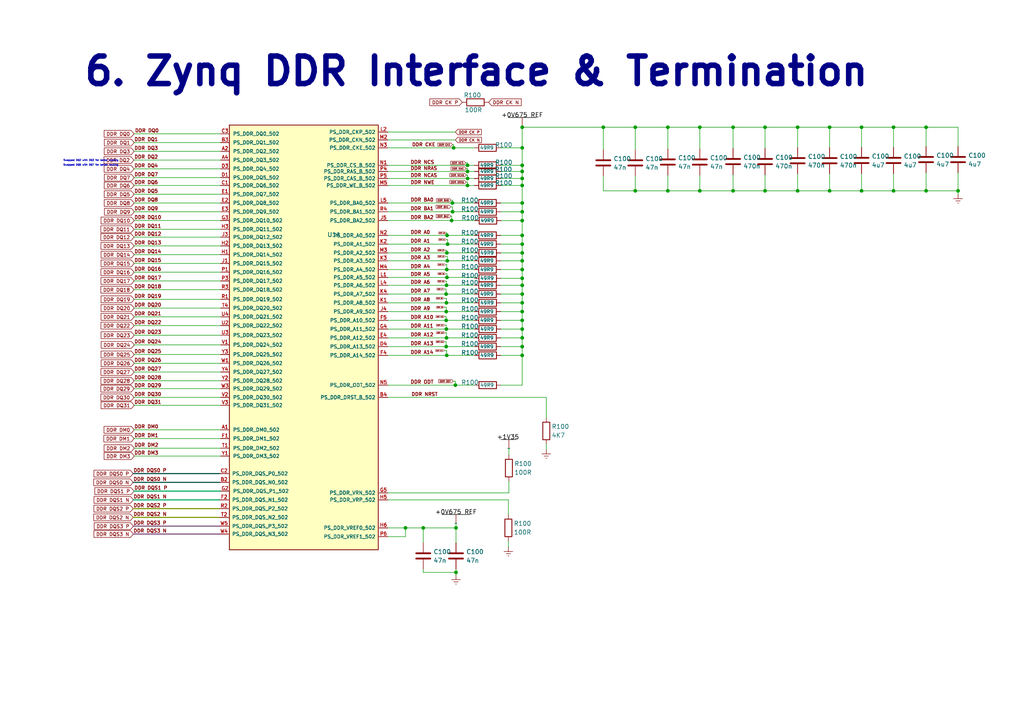
<source format=kicad_sch>
(kicad_sch (version 20230121) (generator eeschema)
  (paper "A4")
  (title_block (date "2023-12-30"))
  (junction (at 151.4602 90.3732))
  (junction (at 135.5852 53.7972))
  (junction (at 151.4602 49.7332))
  (junction (at 135.5852 47.9552))
  (junction (at 132.2578 153.1112))
  (junction (at 202.9714 36.9062))
  (junction (at 135.6106 51.7652))
  (junction (at 129.413 100.5332))
  (junction (at 130.9878 63.9572))
  (junction (at 129.5654 103.0732))
  (junction (at 122.7582 153.1112))
  (junction (at 129.5146 82.7532))
  (junction (at 131.2164 58.8772))
  (junction (at 212.6234 55.3466))
  (junction (at 129.3876 85.2932))
  (junction (at 129.667 68.2752))
  (junction (at 240.6142 55.3466))
  (junction (at 268.605 55.3466))
  (junction (at 221.8944 55.3466))
  (junction (at 231.3432 36.9062))
  (junction (at 129.4892 87.8332))
  (junction (at 268.605 36.9062))
  (junction (at 151.4602 80.7212))
  (junction (at 129.6162 73.3552))
  (junction (at 151.4602 103.0732))
  (junction (at 231.3432 55.3466))
  (junction (at 259.1562 36.9062))
  (junction (at 249.8852 36.9062))
  (junction (at 259.1562 55.3466))
  (junction (at 151.4602 70.8152))
  (junction (at 151.4602 78.1812))
  (junction (at 151.4602 85.2932))
  (junction (at 131.572 42.8752))
  (junction (at 151.4602 97.9932))
  (junction (at 151.4602 42.8752))
  (junction (at 151.4602 47.9552))
  (junction (at 151.4602 61.4172))
  (junction (at 129.7178 75.6412))
  (junction (at 151.4602 92.9132))
  (junction (at 151.4602 36.9062))
  (junction (at 151.4602 63.9826))
  (junction (at 151.4602 75.6412))
  (junction (at 129.8194 70.8152))
  (junction (at 151.4602 100.5332))
  (junction (at 202.9714 55.3466))
  (junction (at 240.6142 36.9062))
  (junction (at 184.2516 36.9062))
  (junction (at 151.4602 51.7652))
  (junction (at 132.08 111.7092))
  (junction (at 184.2516 55.3466))
  (junction (at 174.9806 36.9062))
  (junction (at 277.876 55.3466))
  (junction (at 129.5908 78.1812))
  (junction (at 129.413 92.9132))
  (junction (at 193.7004 36.9062))
  (junction (at 129.5146 97.9932))
  (junction (at 132.2578 166.0144))
  (junction (at 151.4602 87.8332))
  (junction (at 151.4602 53.7972))
  (junction (at 151.4602 82.7532))
  (junction (at 129.4638 95.4532))
  (junction (at 249.8852 55.3466))
  (junction (at 151.4602 95.4532))
  (junction (at 151.4602 68.2752))
  (junction (at 193.7004 55.3466))
  (junction (at 151.4602 73.3552))
  (junction (at 117.602 153.1112))
  (junction (at 212.6234 36.9062))
  (junction (at 131.2672 61.4172))
  (junction (at 129.4384 90.3732))
  (junction (at 221.8944 36.9062))
  (junction (at 129.6416 80.4672))
  (junction (at 151.4602 58.8772))
  (junction (at 135.5852 49.7332))
  (wire (pts (xy 151.4602 78.1812) (xy 151.4602 80.7212)))
  (wire (pts (xy 38.8874 94.4372) (xy 63.9826 94.4372)))
  (wire (pts (xy 38.8874 124.6632) (xy 63.9826 124.6632)))
  (wire (pts (xy 135.6106 50.8) (xy 135.6106 51.7652)))
  (wire (pts (xy 129.4384 89.1032) (xy 129.4384 90.3732)))
  (wire (pts (xy 38.8874 107.8992) (xy 63.9826 107.8992)))
  (wire (pts (xy 129.5654 101.6762) (xy 129.5654 103.0732)))
  (wire (pts (xy 38.8874 86.8172) (xy 63.9826 86.8172)))
  (wire (pts (xy 129.4384 69.469) (xy 129.8194 69.469)))
  (wire (pts (xy 112.4966 49.7332) (xy 135.5852 49.7332)))
  (wire (pts (xy 38.6334 139.9032) (xy 63.7286 139.9032)))
  (wire (pts (xy 38.8874 142.4432) (xy 63.9826 142.4432)))
  (wire (pts (xy 135.5852 50.8) (xy 135.6106 50.8)))
  (wire (pts (xy 131.191 58.0898) (xy 131.191 58.0644)))
  (wire (pts (xy 129.5908 78.1812) (xy 137.5918 78.1812)))
  (wire (pts (xy 112.4966 115.2652) (xy 158.4452 115.2652)))
  (wire (pts (xy 135.0518 47.244) (xy 135.5852 47.244)))
  (wire (pts (xy 122.7582 153.1112) (xy 122.7582 157.4292)))
  (wire (pts (xy 174.9806 36.9062) (xy 174.9806 43.434)))
  (wire (pts (xy 231.3432 36.9062) (xy 240.6142 36.9062)))
  (wire (pts (xy 129.1844 76.7334) (xy 129.5908 76.7334)))
  (wire (pts (xy 249.8852 36.9062) (xy 249.8852 42.7228)))
  (wire (pts (xy 137.6426 80.4672) (xy 137.6426 80.7212)))
  (wire (pts (xy 212.6234 50.673) (xy 212.6234 55.3466)))
  (wire (pts (xy 221.8944 50.673) (xy 221.8944 55.3466)))
  (wire (pts (xy 137.8204 63.9826) (xy 137.7188 63.9826)))
  (wire (pts (xy 193.7004 55.3466) (xy 202.9714 55.3466)))
  (wire (pts (xy 221.8944 36.9062) (xy 221.8944 43.053)))
  (wire (pts (xy 38.8874 78.9432) (xy 63.9826 78.9432)))
  (wire (pts (xy 151.4602 87.8332) (xy 151.4602 90.3732)))
  (wire (pts (xy 112.4966 85.2932) (xy 129.3876 85.2932)))
  (wire (pts (xy 151.4602 103.0732) (xy 151.4602 111.7092)))
  (wire (pts (xy 38.8874 97.2312) (xy 63.9826 97.2312)))
  (wire (pts (xy 135.5852 49.7332) (xy 137.5918 49.7332)))
  (wire (pts (xy 38.6334 137.3632) (xy 63.7286 137.3632)))
  (wire (pts (xy 38.6334 150.0632) (xy 63.7286 150.0632)))
  (wire (pts (xy 151.4602 53.7972) (xy 151.4602 58.8772)))
  (wire (pts (xy 137.8204 63.9572) (xy 130.9878 63.9572)))
  (wire (pts (xy 129.7178 74.3712) (xy 129.7178 75.6412)))
  (wire (pts (xy 145.2118 78.1812) (xy 151.4602 78.1812)))
  (wire (pts (xy 132.2578 157.4292) (xy 132.2578 153.1112)))
  (wire (pts (xy 112.4966 87.8332) (xy 129.4892 87.8332)))
  (wire (pts (xy 174.9806 51.054) (xy 174.9806 55.3466)))
  (wire (pts (xy 145.2118 47.9552) (xy 151.4602 47.9552)))
  (wire (pts (xy 129.0574 94.3102) (xy 129.4638 94.3102)))
  (wire (pts (xy 277.876 36.9062) (xy 277.876 42.4688)))
  (wire (pts (xy 129.6416 80.4672) (xy 137.6426 80.4672)))
  (wire (pts (xy 145.2118 100.5332) (xy 151.4602 100.5332)))
  (wire (pts (xy 268.605 36.9062) (xy 277.876 36.9062)))
  (wire (pts (xy 145.2118 70.8152) (xy 151.4602 70.8152)))
  (wire (pts (xy 38.6334 147.5232) (xy 63.7286 147.5232)))
  (bus (pts (xy 38.6334 144.9832) (xy 63.7032 144.9832)) (stroke (width 0) (color 0 194 194 1)))
  (wire (pts (xy 112.4966 75.6412) (xy 129.7178 75.6412)))
  (wire (pts (xy 128.9558 91.821) (xy 129.413 91.821)))
  (wire (pts (xy 202.9714 55.3466) (xy 212.6234 55.3466)))
  (wire (pts (xy 202.9714 50.8) (xy 202.9714 55.3466)))
  (bus (pts (xy 63.7286 154.8892) (xy 38.6588 154.8892)) (stroke (width 0) (color 255 0 255 1)))
  (wire (pts (xy 221.8944 55.3466) (xy 231.3432 55.3466)))
  (wire (pts (xy 38.8874 56.3372) (xy 63.9826 56.3372)))
  (wire (pts (xy 202.9714 36.9062) (xy 212.6234 36.9062)))
  (wire (pts (xy 129.413 92.9132) (xy 137.5918 92.9132)))
  (wire (pts (xy 38.8874 127.2032) (xy 63.9826 127.2032)))
  (wire (pts (xy 112.4966 80.4672) (xy 129.6416 80.4672)))
  (wire (pts (xy 231.3432 55.3466) (xy 240.6142 55.3466)))
  (wire (pts (xy 129.4892 87.8332) (xy 137.6426 87.8332)))
  (wire (pts (xy 145.2626 73.3552) (xy 151.4602 73.3552)))
  (wire (pts (xy 122.7582 165.0492) (xy 122.7582 166.0144)))
  (wire (pts (xy 147.447 156.9212) (xy 147.447 158.6992)))
  (bus (pts (xy 63.7286 150.0632) (xy 38.6588 150.0632)) (stroke (width 0) (color 255 153 0 1)))
  (wire (pts (xy 145.2118 68.2752) (xy 151.4602 68.2752)))
  (wire (pts (xy 158.4452 128.8034) (xy 158.4452 130.3782)))
  (wire (pts (xy 131.191 58.0898) (xy 131.2164 58.0898)))
  (wire (pts (xy 38.6334 144.9832) (xy 63.7286 144.9832)))
  (wire (pts (xy 112.4966 53.7972) (xy 135.5852 53.7972)))
  (wire (pts (xy 231.3432 36.9062) (xy 231.3432 42.799)))
  (wire (pts (xy 151.4602 85.2932) (xy 151.4602 87.8332)))
  (wire (pts (xy 240.6142 50.419) (xy 240.6142 55.3466)))
  (wire (pts (xy 130.9878 63.9572) (xy 112.4966 63.9572)))
  (wire (pts (xy 130.9878 62.6872) (xy 130.9878 63.9572)))
  (wire (pts (xy 151.4602 90.3732) (xy 151.4602 92.9132)))
  (wire (pts (xy 38.8874 53.7972) (xy 63.9826 53.7972)))
  (wire (pts (xy 129.667 68.2752) (xy 137.5918 68.2752)))
  (wire (pts (xy 38.8874 110.4392) (xy 63.9826 110.4392)))
  (wire (pts (xy 131.572 41.9608) (xy 131.572 42.8752)))
  (wire (pts (xy 129.8194 70.8152) (xy 137.5918 70.8152)))
  (wire (pts (xy 240.6142 36.9062) (xy 240.6142 42.799)))
  (wire (pts (xy 145.2626 111.7092) (xy 151.4602 111.7092)))
  (wire (pts (xy 151.4602 36.6268) (xy 151.4602 36.9062)))
  (wire (pts (xy 112.4966 153.1112) (xy 117.602 153.1112)))
  (wire (pts (xy 38.8874 48.9712) (xy 63.9826 48.9712)))
  (wire (pts (xy 38.8874 102.8192) (xy 63.9826 102.8192)))
  (wire (pts (xy 129.6162 72.5932) (xy 129.6162 73.3552)))
  (wire (pts (xy 129.667 67.564) (xy 129.667 68.2752)))
  (wire (pts (xy 145.2626 103.0732) (xy 151.4602 103.0732)))
  (wire (pts (xy 174.9806 36.9062) (xy 184.2516 36.9062)))
  (wire (pts (xy 38.8874 91.8972) (xy 63.9826 91.8972)))
  (wire (pts (xy 112.4966 78.1812) (xy 129.5908 78.1812)))
  (wire (pts (xy 268.605 50.0888) (xy 268.605 55.3466)))
  (wire (pts (xy 202.9714 36.9062) (xy 202.9714 43.18)))
  (wire (pts (xy 129.4892 86.5378) (xy 129.4892 87.8332)))
  (wire (pts (xy 128.9304 83.8454) (xy 129.3876 83.8454)))
  (wire (pts (xy 112.4966 90.3732) (xy 129.4384 90.3732)))
  (wire (pts (xy 38.8874 105.3592) (xy 63.9826 105.3592)))
  (wire (pts (xy 145.2118 75.6412) (xy 151.4602 75.6412)))
  (wire (pts (xy 38.8874 76.4032) (xy 63.9826 76.4032)))
  (wire (pts (xy 112.4966 51.7652) (xy 135.6106 51.7652)))
  (wire (pts (xy 151.4602 63.9826) (xy 151.4602 68.2752)))
  (wire (pts (xy 129.4638 94.3102) (xy 129.4638 95.4532)))
  (wire (pts (xy 129.5146 82.7532) (xy 137.5918 82.7532)))
  (wire (pts (xy 151.4602 80.7212) (xy 151.4602 82.7532)))
  (wire (pts (xy 112.4966 47.9552) (xy 135.5852 47.9552)))
  (wire (pts (xy 112.4966 70.8152) (xy 129.8194 70.8152)))
  (wire (pts (xy 117.602 155.6512) (xy 117.602 153.1112)))
  (wire (pts (xy 129.1336 81.5594) (xy 129.5146 81.5594)))
  (wire (pts (xy 112.4966 58.8772) (xy 131.2164 58.8772)))
  (wire (pts (xy 151.4602 100.5332) (xy 151.4602 103.0732)))
  (wire (pts (xy 112.4966 100.5332) (xy 129.413 100.5332)))
  (wire (pts (xy 145.2372 61.4172) (xy 151.4602 61.4172)))
  (wire (pts (xy 135.5852 52.832) (xy 135.5852 53.7972)))
  (wire (pts (xy 193.7004 50.8) (xy 193.7004 55.3466)))
  (bus (pts (xy 63.7032 147.5232) (xy 38.6334 147.5232)) (stroke (width 0) (color 255 153 0 1)))
  (wire (pts (xy 145.2118 58.8772) (xy 151.4602 58.8772)))
  (wire (pts (xy 268.605 36.9062) (xy 268.605 42.4688)))
  (wire (pts (xy 151.4602 97.9932) (xy 151.4602 100.5332)))
  (bus (pts (xy 38.608 137.3632) (xy 63.6778 137.3632)))
  (wire (pts (xy 151.4602 61.4172) (xy 151.4602 63.9826)))
  (wire (pts (xy 259.1562 36.9062) (xy 268.605 36.9062)))
  (wire (pts (xy 131.191 58.0644) (xy 130.81 58.0644)))
  (wire (pts (xy 145.2118 53.7972) (xy 151.4602 53.7972)))
  (wire (pts (xy 151.4602 73.3552) (xy 151.4602 75.6412)))
  (wire (pts (xy 131.2418 41.9608) (xy 131.572 41.9608)))
  (wire (pts (xy 129.3876 83.8454) (xy 129.3876 85.2932)))
  (wire (pts (xy 129.413 99.1108) (xy 129.413 100.5332)))
  (wire (pts (xy 145.2118 90.3732) (xy 151.4602 90.3732)))
  (wire (pts (xy 137.8204 63.9826) (xy 137.8204 63.9572)))
  (wire (pts (xy 131.2672 61.4172) (xy 137.6172 61.4172)))
  (wire (pts (xy 38.6334 152.6032) (xy 63.7286 152.6032)))
  (wire (pts (xy 112.4966 92.9132) (xy 129.413 92.9132)))
  (wire (pts (xy 145.2118 92.9132) (xy 151.4602 92.9132)))
  (wire (pts (xy 151.4602 95.4532) (xy 151.4602 97.9932)))
  (wire (pts (xy 38.8874 100.0252) (xy 63.9826 100.0252)))
  (wire (pts (xy 135.5852 50.7746) (xy 135.2296 50.7746)))
  (wire (pts (xy 184.2516 36.9062) (xy 184.2516 43.434)))
  (wire (pts (xy 212.6234 36.9062) (xy 221.8944 36.9062)))
  (wire (pts (xy 38.8874 89.3572) (xy 63.9826 89.3572)))
  (wire (pts (xy 147.447 144.9832) (xy 147.447 149.3012)))
  (wire (pts (xy 122.7582 153.1112) (xy 132.2578 153.1112)))
  (wire (pts (xy 112.4966 142.9512) (xy 147.5994 142.9512)))
  (wire (pts (xy 130.7084 59.9948) (xy 131.2672 59.9948)))
  (wire (pts (xy 129.6162 79.4258) (xy 129.6416 79.4258)))
  (wire (pts (xy 38.8874 38.8112) (xy 63.9826 38.8112)))
  (wire (pts (xy 147.5994 139.573) (xy 147.5994 142.9512)))
  (wire (pts (xy 151.4602 49.7332) (xy 151.4602 51.7652)))
  (wire (pts (xy 38.8874 129.9972) (xy 63.9826 129.9972)))
  (wire (pts (xy 131.445 110.5662) (xy 132.08 110.5662)))
  (wire (pts (xy 129.5654 103.0732) (xy 137.6426 103.0732)))
  (wire (pts (xy 117.602 153.1112) (xy 122.7582 153.1112)))
  (wire (pts (xy 38.6334 154.8892) (xy 63.7286 154.8892)))
  (wire (pts (xy 147.5994 130.0226) (xy 147.5994 131.953)))
  (wire (pts (xy 132.2578 166.0144) (xy 132.2578 166.8526)))
  (wire (pts (xy 38.8874 66.4972) (xy 63.9826 66.4972)))
  (wire (pts (xy 128.8542 101.6762) (xy 129.5654 101.6762)))
  (wire (pts (xy 158.4452 121.1834) (xy 158.4452 115.2652)))
  (wire (pts (xy 132.2578 151.765) (xy 132.2578 153.1112)))
  (wire (pts (xy 112.4966 82.7532) (xy 129.5146 82.7532)))
  (wire (pts (xy 151.4602 68.2752) (xy 151.4602 70.8152)))
  (wire (pts (xy 231.3432 50.419) (xy 231.3432 55.3466)))
  (wire (pts (xy 38.8366 46.4312) (xy 63.9826 46.4312)))
  (wire (pts (xy 131.2164 58.8772) (xy 137.5918 58.8772)))
  (wire (pts (xy 145.2118 82.7532) (xy 151.4602 82.7532)))
  (wire (pts (xy 184.2516 51.054) (xy 184.2516 55.3466)))
  (wire (pts (xy 151.4602 47.9552) (xy 151.4602 49.7332)))
  (wire (pts (xy 38.8874 115.2652) (xy 63.9826 115.2652)))
  (wire (pts (xy 277.876 55.3466) (xy 277.876 56.3626)))
  (wire (pts (xy 151.4602 42.8752) (xy 151.4602 47.9552)))
  (wire (pts (xy 151.4602 51.7652) (xy 151.4602 53.7972)))
  (wire (pts (xy 38.8874 81.4832) (xy 63.9826 81.4832)))
  (wire (pts (xy 135.5598 52.832) (xy 135.5598 52.8066)))
  (wire (pts (xy 38.8874 117.5512) (xy 63.9826 117.5512)))
  (wire (pts (xy 129.5146 97.9932) (xy 137.5918 97.9932)))
  (wire (pts (xy 135.5852 47.9552) (xy 137.5918 47.9552)))
  (wire (pts (xy 151.4602 58.8772) (xy 151.4602 61.4172)))
  (wire (pts (xy 129.4638 95.4532) (xy 137.6426 95.4532)))
  (wire (pts (xy 112.4966 40.5892) (xy 132.08 40.5892)))
  (wire (pts (xy 38.8874 73.8632) (xy 63.9826 73.8632)))
  (wire (pts (xy 151.4602 82.7532) (xy 151.4602 85.2932)))
  (wire (pts (xy 135.1788 48.8696) (xy 135.5852 48.8696)))
  (wire (pts (xy 145.2118 49.7332) (xy 151.4602 49.7332)))
  (wire (pts (xy 259.1562 50.3428) (xy 259.1562 55.3466)))
  (wire (pts (xy 112.4966 38.3032) (xy 132.08 38.3032)))
  (wire (pts (xy 129.5146 81.5594) (xy 129.5146 82.7532)))
  (wire (pts (xy 129.4384 90.3732) (xy 137.5918 90.3732)))
  (wire (pts (xy 38.8874 61.4172) (xy 63.9826 61.4172)))
  (wire (pts (xy 145.2626 80.7212) (xy 151.4602 80.7212)))
  (wire (pts (xy 129.413 100.5332) (xy 137.5918 100.5332)))
  (wire (pts (xy 38.8874 51.5112) (xy 63.9826 51.5112)))
  (wire (pts (xy 128.8288 89.1032) (xy 129.4384 89.1032)))
  (wire (pts (xy 135.6106 51.7652) (xy 137.5918 51.7652)))
  (wire (pts (xy 145.2118 97.9932) (xy 151.4602 97.9932)))
  (wire (pts (xy 151.4602 92.9132) (xy 151.4602 95.4532)))
  (wire (pts (xy 132.08 110.5662) (xy 132.08 111.7092)))
  (wire (pts (xy 128.9812 99.1108) (xy 129.413 99.1108)))
  (wire (pts (xy 193.7004 36.9062) (xy 202.9714 36.9062)))
  (wire (pts (xy 38.8874 58.8772) (xy 63.9826 58.8772)))
  (wire (pts (xy 184.2516 55.3466) (xy 193.7004 55.3466)))
  (wire (pts (xy 240.6142 36.9062) (xy 249.8852 36.9062)))
  (wire (pts (xy 249.8852 36.9062) (xy 259.1562 36.9062)))
  (wire (pts (xy 132.2578 165.0492) (xy 132.2578 166.0144)))
  (wire (pts (xy 128.7272 86.5378) (xy 129.4892 86.5378)))
  (bus (pts (xy 38.862 142.4432) (xy 63.9318 142.4432)) (stroke (width 0) (color 0 194 194 1)))
  (wire (pts (xy 129.413 91.821) (xy 129.413 92.9132)))
  (wire (pts (xy 151.4602 75.6412) (xy 151.4602 78.1812)))
  (wire (pts (xy 129.5146 96.52) (xy 129.5146 97.9932)))
  (wire (pts (xy 145.2118 85.2932) (xy 151.4602 85.2932)))
  (wire (pts (xy 122.7582 166.0144) (xy 132.2578 166.0144)))
  (wire (pts (xy 129.0828 96.52) (xy 129.5146 96.52)))
  (wire (pts (xy 38.8874 71.3232) (xy 63.9826 71.3232)))
  (wire (pts (xy 135.5852 48.8696) (xy 135.5852 49.7332)))
  (wire (pts (xy 249.8852 50.3428) (xy 249.8852 55.3466)))
  (wire (pts (xy 145.2118 42.8752) (xy 151.4602 42.8752)))
  (wire (pts (xy 145.2626 95.4532) (xy 151.4602 95.4532)))
  (wire (pts (xy 38.8874 68.7832) (xy 63.9826 68.7832)))
  (wire (pts (xy 129.8194 69.469) (xy 129.8194 70.8152)))
  (wire (pts (xy 38.8874 132.2832) (xy 63.9826 132.2832)))
  (wire (pts (xy 129.6162 79.4004) (xy 129.2352 79.4004)))
  (wire (pts (xy 135.5598 52.8066) (xy 135.2042 52.8066)))
  (wire (pts (xy 38.8874 112.7252) (xy 63.9826 112.7252)))
  (wire (pts (xy 221.8944 36.9062) (xy 231.3432 36.9062)))
  (wire (pts (xy 129.7178 75.6412) (xy 137.5918 75.6412)))
  (wire (pts (xy 174.9806 55.3466) (xy 184.2516 55.3466)))
  (wire (pts (xy 240.6142 55.3466) (xy 249.8852 55.3466)))
  (wire (pts (xy 135.5852 53.7972) (xy 137.5918 53.7972)))
  (wire (pts (xy 277.876 50.0888) (xy 277.876 55.3466)))
  (wire (pts (xy 212.6234 55.3466) (xy 221.8944 55.3466)))
  (wire (pts (xy 193.7004 36.9062) (xy 193.7004 43.18)))
  (wire (pts (xy 129.413 67.564) (xy 129.667 67.564)))
  (wire (pts (xy 112.4966 144.9832) (xy 147.447 144.9832)))
  (wire (pts (xy 129.1844 72.5932) (xy 129.6162 72.5932)))
  (wire (pts (xy 129.6416 79.4258) (xy 129.6416 80.4672)))
  (bus (pts (xy 63.7286 152.6032) (xy 38.6588 152.6032)) (stroke (width 0) (color 255 0 255 1)))
  (wire (pts (xy 259.1562 36.9062) (xy 259.1562 42.7228)))
  (wire (pts (xy 38.8874 41.3512) (xy 63.9826 41.3512)))
  (wire (pts (xy 151.4602 36.9062) (xy 151.4602 42.8752)))
  (wire (pts (xy 38.8874 43.8912) (xy 63.9826 43.8912)))
  (wire (pts (xy 145.2626 87.8332) (xy 151.4602 87.8332)))
  (wire (pts (xy 131.2672 59.9948) (xy 131.2672 61.4172)))
  (wire (pts (xy 129.6162 73.3552) (xy 137.6426 73.3552)))
  (wire (pts (xy 151.4602 36.9062) (xy 174.9806 36.9062)))
  (wire (pts (xy 151.4602 70.8152) (xy 151.4602 73.3552)))
  (wire (pts (xy 145.3388 63.9826) (xy 151.4602 63.9826)))
  (wire (pts (xy 135.5852 47.244) (xy 135.5852 47.9552)))
  (bus (pts (xy 38.6334 139.9032) (xy 63.7032 139.9032)))
  (wire (pts (xy 131.572 42.8752) (xy 137.5918 42.8752)))
  (wire (pts (xy 249.8852 55.3466) (xy 259.1562 55.3466)))
  (wire (pts (xy 112.4966 42.8752) (xy 131.572 42.8752)))
  (wire (pts (xy 112.4966 103.0732) (xy 129.5654 103.0732)))
  (wire (pts (xy 184.2516 36.9062) (xy 193.7004 36.9062)))
  (wire (pts (xy 135.5852 50.8) (xy 135.5852 50.7746)))
  (wire (pts (xy 112.4966 95.4532) (xy 129.4638 95.4532)))
  (wire (pts (xy 135.5598 52.832) (xy 135.5852 52.832)))
  (wire (pts (xy 112.4966 155.6512) (xy 117.602 155.6512)))
  (wire (pts (xy 112.4966 73.3552) (xy 129.6162 73.3552)))
  (wire (pts (xy 131.2164 58.0898) (xy 131.2164 58.8772)))
  (wire (pts (xy 38.8874 63.9572) (xy 63.9826 63.9572)))
  (wire (pts (xy 145.2118 51.7652) (xy 151.4602 51.7652)))
  (wire (pts (xy 38.8874 84.0232) (xy 63.9826 84.0232)))
  (wire (pts (xy 112.4966 97.9932) (xy 129.5146 97.9932)))
  (wire (pts (xy 212.6234 36.9062) (xy 212.6234 43.053)))
  (wire (pts (xy 112.4966 68.2752) (xy 129.667 68.2752)))
  (wire (pts (xy 112.4966 61.4172) (xy 131.2672 61.4172)))
  (wire (pts (xy 259.1562 55.3466) (xy 268.605 55.3466)))
  (wire (pts (xy 268.605 55.3466) (xy 277.876 55.3466)))
  (wire (pts (xy 132.08 111.7092) (xy 137.6426 111.7092)))
  (wire (pts (xy 112.4966 111.7092) (xy 132.08 111.7092)))
  (wire (pts (xy 129.5908 76.7334) (xy 129.5908 78.1812)))
  (wire (pts (xy 129.3876 85.2932) (xy 137.5918 85.2932)))
  (wire (pts (xy 130.7592 62.6872) (xy 130.9878 62.6872)))
  (wire (pts (xy 129.1844 74.3712) (xy 129.7178 74.3712)))
  (wire (pts (xy 129.6162 79.4258) (xy 129.6162 79.4004)))
  (text "Swapped DQ2 with DQ3 for better routing" (at 18.3388 46.9646 0) (effects (font (size 0.5 0.5)) (justify left bottom)))
  (text "Swapped DQ5 with DQ7 for better routing" (at 18.3134 48.3108 0) (effects (font (size 0.5 0.5)) (justify left bottom)))
  (text "6. Zynq DDR Interface & Termination" (at 23.7744 25.5524 0) (effects (font (size 8 8) (thickness 1.6) bold) (justify left bottom)))
  (label "DDR NCS" (at 118.999 47.9552 0) (effects (font (size 1 1) bold)))
  (label "DDR DQ5" (at 38.8874 56.3372 0) (effects (font (size 1 1) bold)))
  (label "DDR A4" (at 118.999 78.1812 0) (effects (font (size 1 1) bold)))
  (label "DDR DQS0 N" (at 38.6334 139.9032 0) (effects (font (size 1 1) bold)))
  (label "DDR NCAS" (at 118.999 51.7652 0) (effects (font (size 1 1) bold)))
  (label "DDR DQ2" (at 38.8874 46.4312 0) (effects (font (size 1 1) bold)))
  (label "DDR DQ6" (at 38.8874 53.7972 0) (effects (font (size 1 1) bold)))
  (label "DDR DQ27" (at 38.8874 107.8992 0) (effects (font (size 1 1) bold)))
  (label "DDR DQS3 P" (at 38.6334 152.6032 0) (effects (font (size 1 1) bold)))
  (label "DDR DQ29" (at 38.8874 112.7252 0) (effects (font (size 1 1) bold)))
  (label "DDR DQ10" (at 38.8874 63.9572 0) (effects (font (size 1 1) bold)))
  (label "DDR DQ23" (at 38.8874 97.2312 0) (effects (font (size 1 1) bold)))
  (label "DDR A9" (at 118.999 90.3732 0) (effects (font (size 1 1) bold)))
  (label "DDR DQ22" (at 38.8874 94.4372 0) (effects (font (size 1 1) bold)))
  (label "DDR DQ25" (at 38.8874 102.8192 0) (effects (font (size 1 1) bold)))
  (label "DDR DQS1 P" (at 38.8874 142.4432 0) (effects (font (size 1 1) bold)))
  (label "DDR NRST" (at 119.253 115.2652 0) (effects (font (size 1 1) bold)))
  (label "DDR DQ9" (at 38.8874 61.4172 0) (effects (font (size 1 1) bold)))
  (label "DDR DQ11" (at 38.8874 66.4972 0) (effects (font (size 1 1) bold)))
  (label "DDR A13" (at 118.999 100.5332 0) (effects (font (size 1 1) bold)))
  (label "DDR DQ21" (at 38.8874 91.8972 0) (effects (font (size 1 1) bold)))
  (label "DDR DQ7" (at 38.8874 51.5112 0) (effects (font (size 1 1) bold)))
  (label "DDR ODT" (at 118.999 111.7092 0) (effects (font (size 1 1) bold)))
  (label "DDR DQ18" (at 38.8874 84.0232 0) (effects (font (size 1 1) bold)))
  (label "DDR DQS1 N" (at 38.6334 144.9832 0) (effects (font (size 1 1) bold)))
  (label "DDR A7" (at 118.999 85.2932 0) (effects (font (size 1 1) bold)))
  (label "DDR A1" (at 118.999 70.8152 0) (effects (font (size 1 1) bold)))
  (label "DDR BA2" (at 118.999 63.9572 0) (effects (font (size 1 1) bold)))
  (label "DDR A2" (at 118.999 73.3552 0) (effects (font (size 1 1) bold)))
  (label "DDR A0" (at 118.999 68.2752 0) (effects (font (size 1 1) bold)))
  (label "DDR DQ3" (at 38.8874 43.8912 0) (effects (font (size 1 1) bold)))
  (label "DDR DQ24" (at 38.8874 100.0252 0) (effects (font (size 1 1) bold)))
  (label "DDR DQ28" (at 38.8874 110.4392 0) (effects (font (size 1 1) bold)))
  (label "DDR CKE" (at 119.4308 42.8752 0) (effects (font (size 1 1) bold)))
  (label "DDR DQ26" (at 38.8874 105.3592 0) (effects (font (size 1 1) bold)))
  (label "DDR A11" (at 118.999 95.4532 0) (effects (font (size 1 1) bold)))
  (label "DDR A12" (at 118.999 97.9932 0) (effects (font (size 1 1) bold)))
  (label "DDR NWE" (at 118.999 53.7972 0) (effects (font (size 1 1) bold)))
  (label "DDR A6" (at 118.999 82.7532 0) (effects (font (size 1 1) bold)))
  (label "DDR NRAS" (at 118.999 49.7332 0) (effects (font (size 1 1) bold)))
  (label "DDR DQ4" (at 38.8874 48.9712 0) (effects (font (size 1 1) bold)))
  (label "DDR DQ1" (at 38.8874 41.3512 0) (effects (font (size 1 1) bold)))
  (label "DDR DQ12" (at 38.8874 68.7832 0) (effects (font (size 1 1) bold)))
  (label "DDR DQS0 P" (at 38.6334 137.3632 0) (effects (font (size 1 1) bold)))
  (label "DDR DM2" (at 38.8874 129.9972 0) (effects (font (size 1 1) bold)))
  (label "DDR A5" (at 118.999 80.4672 0) (effects (font (size 1 1) bold)))
  (label "DDR DQ30" (at 38.8874 115.2652 0) (effects (font (size 1 1) bold)))
  (label "DDR DQ15" (at 38.8874 76.4032 0) (effects (font (size 1 1) bold)))
  (label "DDR DQS2 N" (at 38.6334 150.0632 0) (effects (font (size 1 1) bold)))
  (label "DDR DM0" (at 38.8874 124.6632 0) (effects (font (size 1 1) bold)))
  (label "DDR DQ17" (at 38.8874 81.4832 0) (effects (font (size 1 1) bold)))
  (label "DDR BA0" (at 118.999 58.8772 0) (effects (font (size 1 1) bold)))
  (label "DDR DQ14" (at 38.8874 73.8632 0) (effects (font (size 1 1) bold)))
  (label "DDR DQ31" (at 38.8874 117.5512 0) (effects (font (size 1 1) bold)))
  (label "DDR DQS2 P" (at 38.6334 147.5232 0) (effects (font (size 1 1) bold)))
  (label "DDR A14" (at 118.999 103.0732 0) (effects (font (size 1 1) bold)))
  (label "DDR BA1" (at 118.999 61.4172 0) (effects (font (size 1 1) bold)))
  (label "DDR A3" (at 118.999 75.6412 0) (effects (font (size 1 1) bold)))
  (label "DDR DQS3 N" (at 38.6334 154.8892 0) (effects (font (size 1 1) bold)))
  (label "DDR DQ13" (at 38.8874 71.3232 0) (effects (font (size 1 1) bold)))
  (label "DDR A10" (at 118.999 92.9132 0) (effects (font (size 1 1) bold)))
  (label "DDR DM3" (at 38.8874 132.2832 0) (effects (font (size 1 1) bold)))
  (label "DDR DM1" (at 38.8874 127.2032 0) (effects (font (size 1 1) bold)))
  (label "DDR DQ16" (at 38.8874 78.9432 0) (effects (font (size 1 1) bold)))
  (label "DDR DQ8" (at 38.8874 58.8772 0) (effects (font (size 1 1) bold)))
  (label "DDR DQ19" (at 38.8874 86.8172 0) (effects (font (size 1 1) bold)))
  (label "DDR A8" (at 118.999 87.8332 0) (effects (font (size 1 1) bold)))
  (label "DDR DQ20" (at 38.8874 89.3572 0) (effects (font (size 1 1) bold)))
  (label "DDR DQ0" (at 39.0906 38.8112 0) (effects (font (size 1 1) bold)))
  (global_label "DDR DQ22" (shape input) (at 38.9128 94.4372 180) (effects (font (size 1 1))) (property "Intersheetrefs" "${INTERSHEET_REFS}" (effects hide)))
  (global_label "DDR BA1" (shape input) (at 130.7084 59.9948 180) (effects (font (size 0.5 0.5))) (property "Intersheetrefs" "${INTERSHEET_REFS}" (effects hide)))
  (global_label "DDR DM1" (shape input) (at 38.8874 127.2032 180) (effects (font (size 1 1))) (property "Intersheetrefs" "${INTERSHEET_REFS}" (effects hide)))
  (global_label "DDR DQ30" (shape input) (at 38.8874 115.2652 180) (effects (font (size 1 1))) (property "Intersheetrefs" "${INTERSHEET_REFS}" (effects hide)))
  (global_label "DDR DQ12" (shape input) (at 38.8874 68.7832 180) (effects (font (size 1 1))) (property "Intersheetrefs" "${INTERSHEET_REFS}" (effects hide)))
  (global_label "DDR DQS2 N" (shape input) (at 38.6334 150.0632 180) (effects (font (size 1 1))) (property "Intersheetrefs" "${INTERSHEET_REFS}" (effects hide)))
  (global_label "DDR A3" (shape input) (at 129.1844 74.3712 180) (effects (font (size 0.3 0.3))) (property "Intersheetrefs" "${INTERSHEET_REFS}" (effects hide)))
  (global_label "DDR DQ25" (shape input) (at 38.9382 102.8192 180) (effects (font (size 1 1))) (property "Intersheetrefs" "${INTERSHEET_REFS}" (effects hide)))
  (global_label "DDR A2" (shape input) (at 129.1844 72.5932 180) (effects (font (size 0.3 0.3))) (property "Intersheetrefs" "${INTERSHEET_REFS}" (effects hide)))
  (global_label "DDR DQS3 P" (shape input) (at 38.7096 152.6032 180) (effects (font (size 1 1))) (property "Intersheetrefs" "${INTERSHEET_REFS}" (effects hide)))
  (global_label "DDR DQS1 N" (shape input) (at 38.7096 144.9832 180) (effects (font (size 1 1))) (property "Intersheetrefs" "${INTERSHEET_REFS}" (effects hide)))
  (global_label "DDR DQS2 P" (shape input) (at 38.6334 147.5232 180) (effects (font (size 1 1))) (property "Intersheetrefs" "${INTERSHEET_REFS}" (effects hide)))
  (global_label "DDR DQ24" (shape input) (at 38.9636 100.0252 180) (effects (font (size 1 1))) (property "Intersheetrefs" "${INTERSHEET_REFS}" (effects hide)))
  (global_label "DDR CK N" (shape input) (at 132.08 40.5892 0) (effects (font (size 0.8 0.8))) (property "Intersheetrefs" "${INTERSHEET_REFS}" (effects hide)))
  (global_label "DDR A13" (shape input) (at 128.9812 99.1108 180) (effects (font (size 0.3 0.3))) (property "Intersheetrefs" "${INTERSHEET_REFS}" (effects hide)))
  (global_label "DDR DQ21" (shape input) (at 38.9382 91.8972 180) (effects (font (size 1 1))) (property "Intersheetrefs" "${INTERSHEET_REFS}" (effects hide)))
  (global_label "DDR DQ0" (shape input) (at 38.8874 38.8112 180) (effects (font (size 1 1))) (property "Intersheetrefs" "${INTERSHEET_REFS}" (effects hide)))
  (global_label "DDR DQS0 P" (shape input) (at 38.6334 137.3632 180) (effects (font (size 1 1))) (property "Intersheetrefs" "${INTERSHEET_REFS}" (effects hide)))
  (global_label "DDR BA0" (shape input) (at 130.81 58.0644 180) (effects (font (size 0.5 0.5))) (property "Intersheetrefs" "${INTERSHEET_REFS}" (effects hide)))
  (global_label "DDR CK P" (shape input) (at 134.0866 29.6672 180) (effects (font (size 1 1))) (property "Intersheetrefs" "${INTERSHEET_REFS}" (effects hide)))
  (global_label "DDR A8" (shape input) (at 128.7272 86.5378 180) (effects (font (size 0.3 0.3))) (property "Intersheetrefs" "${INTERSHEET_REFS}" (effects hide)))
  (global_label "DDR A5" (shape input) (at 129.2352 79.4004 180) (effects (font (size 0.3 0.3))) (property "Intersheetrefs" "${INTERSHEET_REFS}" (effects hide)))
  (global_label "DDR NCS" (shape input) (at 135.0518 47.244 180) (effects (font (size 0.5 0.5))) (property "Intersheetrefs" "${INTERSHEET_REFS}" (effects hide)))
  (global_label "DDR DQ31" (shape input) (at 38.9382 117.5512 180) (effects (font (size 1 1))) (property "Intersheetrefs" "${INTERSHEET_REFS}" (effects hide)))
  (global_label "DDR DM0" (shape input) (at 38.9382 124.6632 180) (effects (font (size 1 1))) (property "Intersheetrefs" "${INTERSHEET_REFS}" (effects hide)))
  (global_label "DDR NWE" (shape input) (at 135.1788 48.8696 180) (effects (font (size 0.5 0.5))) (property "Intersheetrefs" "${INTERSHEET_REFS}" (effects hide)))
  (global_label "DDR DQ2" (shape input) (at 38.8366 46.4312 180) (effects (font (size 1 1))) (property "Intersheetrefs" "${INTERSHEET_REFS}" (effects hide)))
  (global_label "DDR DM2" (shape input) (at 38.9636 129.9972 180) (effects (font (size 1 1))) (property "Intersheetrefs" "${INTERSHEET_REFS}" (effects hide)))
  (global_label "DDR CKE" (shape input) (at 131.2418 41.9608 180) (effects (font (size 0.5 0.5))) (property "Intersheetrefs" "${INTERSHEET_REFS}" (effects hide)))
  (global_label "DDR A12" (shape input) (at 129.0828 96.52 180) (effects (font (size 0.3 0.3))) (property "Intersheetrefs" "${INTERSHEET_REFS}" (effects hide)))
  (global_label "DDR DQ13" (shape input) (at 38.9128 71.3232 180) (effects (font (size 1 1))) (property "Intersheetrefs" "${INTERSHEET_REFS}" (effects hide)))
  (global_label "DDR DQ9" (shape input) (at 38.9636 61.4172 180) (effects (font (size 1 1))) (property "Intersheetrefs" "${INTERSHEET_REFS}" (effects hide)))
  (global_label "DDR DQS1 P" (shape input) (at 38.8874 142.4432 180) (effects (font (size 1 1))) (property "Intersheetrefs" "${INTERSHEET_REFS}" (effects hide)))
  (global_label "DDR A4" (shape input) (at 129.1844 76.7334 180) (effects (font (size 0.3 0.3))) (property "Intersheetrefs" "${INTERSHEET_REFS}" (effects hide)))
  (global_label "DDR A1" (shape input) (at 129.4384 69.469 180) (effects (font (size 0.3 0.3))) (property "Intersheetrefs" "${INTERSHEET_REFS}" (effects hide)))
  (global_label "DDR NRAS" (shape input) (at 135.2042 52.8066 180) (effects (font (size 0.5 0.5))) (property "Intersheetrefs" "${INTERSHEET_REFS}" (effects hide)))
  (global_label "DDR A14" (shape input) (at 128.8542 101.6762 180) (effects (font (size 0.3 0.3))) (property "Intersheetrefs" "${INTERSHEET_REFS}" (effects hide)))
  (global_label "DDR DQ6" (shape input) (at 38.9128 53.7972 180) (effects (font (size 1 1))) (property "Intersheetrefs" "${INTERSHEET_REFS}" (effects hide)))
  (global_label "DDR A0" (shape input) (at 129.413 67.564 180) (effects (font (size 0.3 0.3))) (property "Intersheetrefs" "${INTERSHEET_REFS}" (effects hide)))
  (global_label "DDR DQ1" (shape input) (at 38.9382 41.3512 180) (effects (font (size 1 1))) (property "Intersheetrefs" "${INTERSHEET_REFS}" (effects hide)))
  (global_label "DDR A11" (shape input) (at 129.0574 94.3102 180) (effects (font (size 0.3 0.3))) (property "Intersheetrefs" "${INTERSHEET_REFS}" (effects hide)))
  (global_label "DDR DQ27" (shape input) (at 38.9128 107.8992 180) (effects (font (size 1 1))) (property "Intersheetrefs" "${INTERSHEET_REFS}" (effects hide)))
  (global_label "DDR DQ20" (shape input) (at 38.9382 89.3572 180) (effects (font (size 1 1))) (property "Intersheetrefs" "${INTERSHEET_REFS}" (effects hide)))
  (global_label "DDR DQ15" (shape input) (at 38.9382 76.4032 180) (effects (font (size 1 1))) (property "Intersheetrefs" "${INTERSHEET_REFS}" (effects hide)))
  (global_label "DDR ODT" (shape input) (at 131.445 110.5662 180) (effects (font (size 0.5 0.5))) (property "Intersheetrefs" "${INTERSHEET_REFS}" (effects hide)))
  (global_label "DDR A7" (shape input) (at 128.9304 83.8454 180) (effects (font (size 0.3 0.3))) (property "Intersheetrefs" "${INTERSHEET_REFS}" (effects hide)))
  (global_label "DDR DQS3 N" (shape input) (at 38.6842 154.8892 180) (effects (font (size 1 1))) (property "Intersheetrefs" "${INTERSHEET_REFS}" (effects hide)))
  (global_label "DDR NCAS" (shape input) (at 135.2296 50.7746 180) (effects (font (size 0.5 0.5))) (property "Intersheetrefs" "${INTERSHEET_REFS}" (effects hide)))
  (global_label "DDR A6" (shape input) (at 129.1336 81.5594 180) (effects (font (size 0.3 0.3))) (property "Intersheetrefs" "${INTERSHEET_REFS}" (effects hide)))
  (global_label "DDR DQ7" (shape input) (at 38.9382 51.5112 180) (effects (font (size 1 1))) (property "Intersheetrefs" "${INTERSHEET_REFS}" (effects hide)))
  (global_label "DDR CK N" (shape input) (at 141.7066 29.6672 0) (effects (font (size 1 1))) (property "Intersheetrefs" "${INTERSHEET_REFS}" (effects hide)))
  (global_label "DDR DQ14" (shape input) (at 38.9382 73.8632 180) (effects (font (size 1 1))) (property "Intersheetrefs" "${INTERSHEET_REFS}" (effects hide)))
  (global_label "DDR DQ23" (shape input) (at 38.9382 97.2312 180) (effects (font (size 1 1))) (property "Intersheetrefs" "${INTERSHEET_REFS}" (effects hide)))
  (global_label "DDR CK P" (shape input) (at 132.08 38.3032 0) (effects (font (size 0.8 0.8))) (property "Intersheetrefs" "${INTERSHEET_REFS}" (effects hide)))
  (global_label "DDR DQ19" (shape input) (at 38.9382 86.8172 180) (effects (font (size 1 1))) (property "Intersheetrefs" "${INTERSHEET_REFS}" (effects hide)))
  (global_label "DDR DQ8" (shape input) (at 38.9128 58.8772 180) (effects (font (size 1 1))) (property "Intersheetrefs" "${INTERSHEET_REFS}" (effects hide)))
  (global_label "DDR DQ4" (shape input) (at 38.8874 48.9712 180) (effects (font (size 1 1))) (property "Intersheetrefs" "${INTERSHEET_REFS}" (effects hide)))
  (global_label "DDR DQ5" (shape input) (at 38.9128 56.3372 180) (effects (font (size 1 1))) (property "Intersheetrefs" "${INTERSHEET_REFS}" (effects hide)))
  (global_label "DDR DQ26" (shape input) (at 38.9636 105.3592 180) (effects (font (size 1 1))) (property "Intersheetrefs" "${INTERSHEET_REFS}" (effects hide)))
  (global_label "DDR DQS0 N" (shape input) (at 38.6334 139.9032 180) (effects (font (size 1 1))) (property "Intersheetrefs" "${INTERSHEET_REFS}" (effects hide)))
  (global_label "DDR A9" (shape input) (at 128.8288 89.1032 180) (effects (font (size 0.3 0.3))) (property "Intersheetrefs" "${INTERSHEET_REFS}" (effects hide)))
  (global_label "DDR DQ10" (shape input) (at 38.9382 63.9572 180) (effects (font (size 1 1))) (property "Intersheetrefs" "${INTERSHEET_REFS}" (effects hide)))
  (global_label "DDR DQ28" (shape input) (at 38.9128 110.4392 180) (effects (font (size 1 1))) (property "Intersheetrefs" "${INTERSHEET_REFS}" (effects hide)))
  (global_label "DDR DM3" (shape input) (at 38.9636 132.2832 180) (effects (font (size 1 1))) (property "Intersheetrefs" "${INTERSHEET_REFS}" (effects hide)))
  (global_label "DDR DQ17" (shape input) (at 38.9128 81.4832 180) (effects (font (size 1 1))) (property "Intersheetrefs" "${INTERSHEET_REFS}" (effects hide)))
  (global_label "DDR A10" (shape input) (at 128.9558 91.821 180) (effects (font (size 0.3 0.3))) (property "Intersheetrefs" "${INTERSHEET_REFS}" (effects hide)))
  (global_label "DDR DQ3" (shape input) (at 38.9128 43.8912 180) (effects (font (size 1 1))) (property "Intersheetrefs" "${INTERSHEET_REFS}" (effects hide)))
  (global_label "DDR DQ18" (shape input) (at 38.8874 84.0232 180) (effects (font (size 1 1))) (property "Intersheetrefs" "${INTERSHEET_REFS}" (effects hide)))
  (global_label "DDR BA2" (shape input) (at 130.7592 62.6872 180) (effects (font (size 0.5 0.5))) (property "Intersheetrefs" "${INTERSHEET_REFS}" (effects hide)))
  (global_label "DDR DQ29" (shape input) (at 38.8874 112.7252 180) (effects (font (size 1 1))) (property "Intersheetrefs" "${INTERSHEET_REFS}" (effects hide)))
  (global_label "DDR DQ11" (shape input) (at 38.8874 66.4972 180) (effects (font (size 1 1))) (property "Intersheetrefs" "${INTERSHEET_REFS}" (effects hide)))
  (global_label "DDR DQ16" (shape input) (at 38.9128 78.9432 180) (effects (font (size 1 1))) (property "Intersheetrefs" "${INTERSHEET_REFS}" (effects hide)))
  (symbol (lib_id "Device:R") (at 158.4452 124.9934 180) (unit 1)
    (property "Reference" "R100" (at 159.9946 123.7234 0) (effects (justify right)))
    (property "Value" "4K7" (at 159.9946 126.2634 0) (effects (justify right)))
    (property "Footprint" "Resistor_SMD:R_0402_1005Metric" (effects hide))
    (instances (project "MA_Inventtronics" (path "" (reference "R100") (unit 1)) (path "" (reference "R327") (unit 1)) (path "" (reference "R625") (unit 1))))
  )
  (symbol (lib_id "Device:R") (at 141.4018 42.8752 90) (unit 1)
    (property "Reference" "R100" (at 146.1008 42.037 90))
    (property "Value" "49R9" (at 141.1986 42.8498 90) (effects (font (size 1 1))))
    (property "Footprint" "Resistor_SMD:R_0201_0603Metric" (effects hide))
    (instances (project "MA_Inventtronics" (path "" (reference "R100") (unit 1)) (path "" (reference "R338") (unit 1)) (path "" (reference "R601") (unit 1))))
  )
  (symbol (lib_id "Device:C") (at 249.8852 46.5328 0) (unit 1)
    (property "Reference" "C100" (at 252.8316 45.339 0) (effects (justify left)))
    (property "Value" "4u7" (at 252.8316 47.879 0) (effects (justify left)))
    (property "Footprint" "Capacitor_SMD:C_0402_1005Metric" (effects hide))
    (instances (project "MA_Inventtronics" (path "" (reference "C100") (unit 1)) (path "" (reference "C303") (unit 1)) (path "" (reference "C608") (unit 1))))
  )
  (symbol (lib_id "Device:C") (at 193.7004 46.99 0) (unit 1)
    (property "Reference" "C100" (at 196.6468 45.7962 0) (effects (justify left)))
    (property "Value" "47n" (at 196.6468 48.3362 0) (effects (justify left)))
    (property "Footprint" "Capacitor_SMD:C_0201_0603Metric" (effects hide))
    (instances (project "MA_Inventtronics" (path "" (reference "C100") (unit 1)) (path "" (reference "C303") (unit 1)) (path "" (reference "C602") (unit 1))))
  )
  (symbol (lib_id "Device:R") (at 141.4018 68.2752 90) (unit 1)
    (property "Reference" "R100" (at 136.2456 67.4878 90))
    (property "Value" "49R9" (at 141.1986 68.2498 90) (effects (font (size 1 1))))
    (property "Footprint" "Resistor_SMD:R_0201_0603Metric" (effects hide))
    (instances (project "MA_Inventtronics" (path "" (reference "R100") (unit 1)) (path "" (reference "R338") (unit 1)) (path "" (reference "R609") (unit 1))))
  )
  (symbol (lib_id "Power_Library:+1V35") (at 147.5994 130.0226 0) (unit 1)
    (property "Reference" "#PWR603" (effects hide))
    (property "Value" "~" (at 147.5994 130.0226 0))
  )
  (symbol (lib_id "XC7Z007S-1CLG400C:XC7Z007S-1CLG400C") (at 94.4626 84.5312 0) (unit 1)
    (property "Reference" "U1" (at 96.8248 68.072 0))
    (property "Value" "XC7Z007S-1CLG400C" (at 110.0836 212.0392 0))
    (property "Footprint" "XC7Z007S-1CLG400CXC7Z007S-1CLG400C:BGA400C80P20X20_1700X1700X160N" (effects hide))
    (property "MF" "Xilinx Inc." (effects hide))
    (property "MAXIMUM_PACKAGE_HEIGHT" "1.6mm" (effects hide))
    (property "Package" "LFBGA-400 Xilinx Inc." (effects hide))
    (property "Price" "None" (effects hide))
    (property "Check_prices" "https://www.snapeda.com/parts/XC7Z007S-1CLG400C/Xilinx+Inc./view-part/?ref=eda" (effects hide))
    (property "STANDARD" "IPC7351B" (effects hide))
    (property "PARTREV" "1.11.1" (effects hide))
    (property "SnapEDA_Link" "https://www.snapeda.com/parts/XC7Z007S-1CLG400C/Xilinx+Inc./view-part/?ref=snap" (effects hide))
    (property "MP" "XC7Z007S-1CLG400C" (effects hide))
    (property "Description" "\nSingle ARM® Cortex®-A9 MPCore™ with CoreSight™ System On Chip (SOC) IC Zynq®-7000 Artix™-7 FPGA, 23K Logic Cells 667MHz 400-CSPBGA (17x17)\n" (effects hide))
    (property "Availability" "In Stock" (effects hide))
    (property "MANUFACTURER" "Xilinx Inc" (effects hide))
    (instances (project "MA_Inventtronics" (path "" (reference "U1") (unit 1)) (path "" (reference "U200") (unit 1)) (path "" (reference "U1") (unit 1)) (path "" (reference "U200") (unit 1)) (path "" (reference "U200") (unit 1))))
  )
  (symbol (lib_id "Device:R") (at 141.4526 80.7212 90) (unit 1)
    (property "Reference" "R100" (at 136.2964 79.9338 90))
    (property "Value" "49R9" (at 141.2494 80.6958 90) (effects (font (size 1 1))))
    (property "Footprint" "Resistor_SMD:R_0201_0603Metric" (effects hide))
    (instances (project "MA_Inventtronics" (path "" (reference "R100") (unit 1)) (path "" (reference "R338") (unit 1)) (path "" (reference "R614") (unit 1))))
  )
  (symbol (lib_id "Power_Library:+0V675_REF") (at 132.2578 151.765 0) (unit 1)
    (property "Reference" "#PWR602" (effects hide))
    (property "Value" "~" (at 132.2578 151.765 0))
  )
  (symbol (lib_id "power:GNDREF") (at 277.876 56.3626 0) (unit 1)
    (property "Reference" "#PWR0600" (effects hide))
    (property "Value" "GNDREF" (effects hide))
  )
  (symbol (lib_id "Device:R") (at 141.4018 90.3732 90) (unit 1)
    (property "Reference" "R100" (at 136.2456 89.5858 90))
    (property "Value" "49R9" (at 141.1986 90.3478 90) (effects (font (size 1 1))))
    (property "Footprint" "Resistor_SMD:R_0201_0603Metric" (effects hide))
    (instances (project "MA_Inventtronics" (path "" (reference "R100") (unit 1)) (path "" (reference "R338") (unit 1)) (path "" (reference "R618") (unit 1))))
  )
  (symbol (lib_id "Device:C") (at 202.9714 46.99 0) (unit 1)
    (property "Reference" "C100" (at 205.9178 45.7962 0) (effects (justify left)))
    (property "Value" "47n" (at 205.9178 48.3362 0) (effects (justify left)))
    (property "Footprint" "Capacitor_SMD:C_0201_0603Metric" (effects hide))
    (instances (project "MA_Inventtronics" (path "" (reference "C100") (unit 1)) (path "" (reference "C303") (unit 1)) (path "" (reference "C603") (unit 1))))
  )
  (symbol (lib_id "Device:R") (at 141.4018 58.8772 90) (unit 1)
    (property "Reference" "R100" (at 136.2456 58.0898 90))
    (property "Value" "49R9" (at 141.1986 58.8518 90) (effects (font (size 1 1))))
    (property "Footprint" "Resistor_SMD:R_0201_0603Metric" (effects hide))
    (instances (project "MA_Inventtronics" (path "" (reference "R100") (unit 1)) (path "" (reference "R338") (unit 1)) (path "" (reference "R606") (unit 1))))
  )
  (symbol (lib_id "power:GNDREF") (at 147.447 158.6992 0) (unit 1)
    (property "Reference" "#PWR0604" (effects hide))
    (property "Value" "GNDREF" (effects hide))
  )
  (symbol (lib_id "Device:R") (at 141.4526 111.7092 90) (unit 1)
    (property "Reference" "R100" (at 136.2964 110.9218 90))
    (property "Value" "49R9" (at 141.2494 111.6838 90) (effects (font (size 1 1))))
    (property "Footprint" "Resistor_SMD:R_0201_0603Metric" (effects hide))
    (instances (project "MA_Inventtronics" (path "" (reference "R100") (unit 1)) (path "" (reference "R338") (unit 1)) (path "" (reference "R624") (unit 1))))
  )
  (symbol (lib_id "Device:C") (at 240.6142 46.609 0) (unit 1)
    (property "Reference" "C100" (at 243.5606 45.4152 0) (effects (justify left)))
    (property "Value" "470n" (at 243.5606 47.9552 0) (effects (justify left)))
    (property "Footprint" "Capacitor_SMD:C_0201_0603Metric" (effects hide))
    (instances (project "MA_Inventtronics" (path "" (reference "C100") (unit 1)) (path "" (reference "C303") (unit 1)) (path "" (reference "C607") (unit 1))))
  )
  (symbol (lib_id "Device:R") (at 141.4018 92.9132 90) (unit 1)
    (property "Reference" "R100" (at 136.2456 92.1258 90))
    (property "Value" "49R9" (at 141.1986 92.8878 90) (effects (font (size 1 1))))
    (property "Footprint" "Resistor_SMD:R_0201_0603Metric" (effects hide))
    (instances (project "MA_Inventtronics" (path "" (reference "R100") (unit 1)) (path "" (reference "R338") (unit 1)) (path "" (reference "R619") (unit 1))))
  )
  (symbol (lib_id "Device:R") (at 141.4018 85.2932 90) (unit 1)
    (property "Reference" "R100" (at 136.2456 84.5058 90))
    (property "Value" "49R9" (at 141.1986 85.2678 90) (effects (font (size 1 1))))
    (property "Footprint" "Resistor_SMD:R_0201_0603Metric" (effects hide))
    (instances (project "MA_Inventtronics" (path "" (reference "R100") (unit 1)) (path "" (reference "R338") (unit 1)) (path "" (reference "R616") (unit 1))))
  )
  (symbol (lib_id "Device:C") (at 122.7582 161.2392 0) (unit 1)
    (property "Reference" "C100" (at 125.7046 160.0454 0) (effects (justify left)))
    (property "Value" "47n" (at 125.7046 162.5854 0) (effects (justify left)))
    (property "Footprint" "Capacitor_SMD:C_0201_0603Metric" (effects hide))
    (instances (project "MA_Inventtronics" (path "" (reference "C100") (unit 1)) (path "" (reference "C303") (unit 1)) (path "" (reference "C612") (unit 1))))
  )
  (symbol (lib_id "Device:R") (at 141.4018 70.8152 90) (unit 1)
    (property "Reference" "R100" (at 136.2456 70.0278 90))
    (property "Value" "49R9" (at 141.1986 70.7898 90) (effects (font (size 1 1))))
    (property "Footprint" "Resistor_SMD:R_0201_0603Metric" (effects hide))
    (instances (project "MA_Inventtronics" (path "" (reference "R100") (unit 1)) (path "" (reference "R338") (unit 1)) (path "" (reference "R610") (unit 1))))
  )
  (symbol (lib_id "Device:C") (at 184.2516 47.244 0) (unit 1)
    (property "Reference" "C100" (at 187.198 46.0502 0) (effects (justify left)))
    (property "Value" "47n" (at 187.198 48.5902 0) (effects (justify left)))
    (property "Footprint" "Capacitor_SMD:C_0201_0603Metric" (effects hide))
    (instances (project "MA_Inventtronics" (path "" (reference "C100") (unit 1)) (path "" (reference "C303") (unit 1)) (path "" (reference "C601") (unit 1))))
  )
  (symbol (lib_id "Device:R") (at 141.4018 82.7532 90) (unit 1)
    (property "Reference" "R100" (at 136.2456 81.9658 90))
    (property "Value" "49R9" (at 141.1986 82.7278 90) (effects (font (size 1 1))))
    (property "Footprint" "Resistor_SMD:R_0201_0603Metric" (effects hide))
    (instances (project "MA_Inventtronics" (path "" (reference "R100") (unit 1)) (path "" (reference "R338") (unit 1)) (path "" (reference "R615") (unit 1))))
  )
  (symbol (lib_id "Device:R") (at 141.4018 97.9932 90) (unit 1)
    (property "Reference" "R100" (at 136.2456 97.2058 90))
    (property "Value" "49R9" (at 141.1986 97.9678 90) (effects (font (size 1 1))))
    (property "Footprint" "Resistor_SMD:R_0201_0603Metric" (effects hide))
    (instances (project "MA_Inventtronics" (path "" (reference "R100") (unit 1)) (path "" (reference "R338") (unit 1)) (path "" (reference "R621") (unit 1))))
  )
  (symbol (lib_id "Device:R") (at 141.4018 51.7652 90) (unit 1)
    (property "Reference" "R100" (at 146.1008 51.0286 90))
    (property "Value" "49R9" (at 141.1986 51.7398 90) (effects (font (size 1 1))))
    (property "Footprint" "Resistor_SMD:R_0201_0603Metric" (effects hide))
    (instances (project "MA_Inventtronics" (path "" (reference "R100") (unit 1)) (path "" (reference "R338") (unit 1)) (path "" (reference "R604") (unit 1))))
  )
  (symbol (lib_id "Device:R") (at 141.4526 95.4532 90) (unit 1)
    (property "Reference" "R100" (at 136.2964 94.6658 90))
    (property "Value" "49R9" (at 141.2494 95.4278 90) (effects (font (size 1 1))))
    (property "Footprint" "Resistor_SMD:R_0201_0603Metric" (effects hide))
    (instances (project "MA_Inventtronics" (path "" (reference "R100") (unit 1)) (path "" (reference "R338") (unit 1)) (path "" (reference "R620") (unit 1))))
  )
  (symbol (lib_id "Device:C") (at 231.3432 46.609 0) (unit 1)
    (property "Reference" "C100" (at 234.2896 45.4152 0) (effects (justify left)))
    (property "Value" "470n" (at 234.2896 47.9552 0) (effects (justify left)))
    (property "Footprint" "Capacitor_SMD:C_0201_0603Metric" (effects hide))
    (instances (project "MA_Inventtronics" (path "" (reference "C100") (unit 1)) (path "" (reference "C303") (unit 1)) (path "" (reference "C606") (unit 1))))
  )
  (symbol (lib_id "Device:R") (at 141.4526 87.8332 90) (unit 1)
    (property "Reference" "R100" (at 136.2964 87.0458 90))
    (property "Value" "49R9" (at 141.2494 87.8078 90) (effects (font (size 1 1))))
    (property "Footprint" "Resistor_SMD:R_0201_0603Metric" (effects hide))
    (instances (project "MA_Inventtronics" (path "" (reference "R100") (unit 1)) (path "" (reference "R338") (unit 1)) (path "" (reference "R617") (unit 1))))
  )
  (symbol (lib_id "Device:R") (at 147.447 153.1112 180) (unit 1)
    (property "Reference" "R100" (at 148.9964 151.8412 0) (effects (justify right)))
    (property "Value" "100R" (at 148.9964 154.3812 0) (effects (justify right)))
    (property "Footprint" "Resistor_SMD:R_0201_0603Metric" (effects hide))
    (instances (project "MA_Inventtronics" (path "" (reference "R100") (unit 1)) (path "" (reference "R327") (unit 1)) (path "" (reference "R627") (unit 1))))
  )
  (symbol (lib_id "Device:R") (at 141.4018 75.6412 90) (unit 1)
    (property "Reference" "R100" (at 136.2456 74.8538 90))
    (property "Value" "49R9" (at 141.1986 75.6158 90) (effects (font (size 1 1))))
    (property "Footprint" "Resistor_SMD:R_0201_0603Metric" (effects hide))
    (instances (project "MA_Inventtronics" (path "" (reference "R100") (unit 1)) (path "" (reference "R338") (unit 1)) (path "" (reference "R612") (unit 1))))
  )
  (symbol (lib_id "power:GNDREF") (at 132.2578 166.8526 0) (unit 1)
    (property "Reference" "#PWR0605" (effects hide))
    (property "Value" "GNDREF" (effects hide))
  )
  (symbol (lib_id "power:GNDREF") (at 158.4452 130.3782 0) (unit 1)
    (property "Reference" "#PWR0606" (effects hide))
    (property "Value" "GNDREF" (effects hide))
  )
  (symbol (lib_id "Device:C") (at 174.9806 47.244 0) (unit 1)
    (property "Reference" "C100" (at 177.927 46.0502 0) (effects (justify left)))
    (property "Value" "47n" (at 177.927 48.5902 0) (effects (justify left)))
    (property "Footprint" "Capacitor_SMD:C_0201_0603Metric" (effects hide))
    (instances (project "MA_Inventtronics" (path "" (reference "C100") (unit 1)) (path "" (reference "C303") (unit 1)) (path "" (reference "C600") (unit 1))))
  )
  (symbol (lib_id "Device:R") (at 137.8966 29.6672 270) (unit 1)
    (property "Reference" "R100" (at 139.5984 27.6098 90) (effects (justify right)))
    (property "Value" "100R" (at 139.8778 31.877 90) (effects (justify right)))
    (property "Footprint" "Resistor_SMD:R_0201_0603Metric" (effects hide))
    (instances (project "MA_Inventtronics" (path "" (reference "R100") (unit 1)) (path "" (reference "R327") (unit 1)) (path "" (reference "R600") (unit 1))))
  )
  (symbol (lib_id "Power_Library:+0V675_REF") (at 151.4602 36.6268 0) (unit 1)
    (property "Reference" "#PWR601" (effects hide))
    (property "Value" "~" (at 151.4602 36.6268 0))
  )
  (symbol (lib_id "Device:C") (at 268.605 46.2788 0) (unit 1)
    (property "Reference" "C100" (at 271.5514 45.085 0) (effects (justify left)))
    (property "Value" "4u7" (at 271.5514 47.625 0) (effects (justify left)))
    (property "Footprint" "Capacitor_SMD:C_0402_1005Metric" (effects hide))
    (instances (project "MA_Inventtronics" (path "" (reference "C100") (unit 1)) (path "" (reference "C303") (unit 1)) (path "" (reference "C610") (unit 1))))
  )
  (symbol (lib_id "Device:C") (at 259.1562 46.5328 0) (unit 1)
    (property "Reference" "C100" (at 262.1026 45.339 0) (effects (justify left)))
    (property "Value" "4u7" (at 262.1026 47.879 0) (effects (justify left)))
    (property "Footprint" "Capacitor_SMD:C_0402_1005Metric" (effects hide))
    (instances (project "MA_Inventtronics" (path "" (reference "C100") (unit 1)) (path "" (reference "C303") (unit 1)) (path "" (reference "C609") (unit 1))))
  )
  (symbol (lib_id "Device:C") (at 212.6234 46.863 0) (unit 1)
    (property "Reference" "C100" (at 215.5698 45.6692 0) (effects (justify left)))
    (property "Value" "470n" (at 215.5698 48.2092 0) (effects (justify left)))
    (property "Footprint" "Capacitor_SMD:C_0201_0603Metric" (effects hide))
    (instances (project "MA_Inventtronics" (path "" (reference "C100") (unit 1)) (path "" (reference "C303") (unit 1)) (path "" (reference "C604") (unit 1))))
  )
  (symbol (lib_id "Device:R") (at 141.4018 49.7332 90) (unit 1)
    (property "Reference" "R100" (at 146.0246 49.1236 90))
    (property "Value" "49R9" (at 141.1986 49.7078 90) (effects (font (size 1 1))))
    (property "Footprint" "Resistor_SMD:R_0201_0603Metric" (effects hide))
    (instances (project "MA_Inventtronics" (path "" (reference "R100") (unit 1)) (path "" (reference "R338") (unit 1)) (path "" (reference "R603") (unit 1))))
  )
  (symbol (lib_id "Device:R") (at 141.4272 61.4172 90) (unit 1)
    (property "Reference" "R100" (at 136.271 60.6298 90))
    (property "Value" "49R9" (at 141.224 61.3918 90) (effects (font (size 1 1))))
    (property "Footprint" "Resistor_SMD:R_0201_0603Metric" (effects hide))
    (instances (project "MA_Inventtronics" (path "" (reference "R100") (unit 1)) (path "" (reference "R338") (unit 1)) (path "" (reference "R607") (unit 1))))
  )
  (symbol (lib_id "Device:C") (at 221.8944 46.863 0) (unit 1)
    (property "Reference" "C100" (at 224.8408 45.6692 0) (effects (justify left)))
    (property "Value" "470n" (at 224.8408 48.2092 0) (effects (justify left)))
    (property "Footprint" "Capacitor_SMD:C_0201_0603Metric" (effects hide))
    (instances (project "MA_Inventtronics" (path "" (reference "C100") (unit 1)) (path "" (reference "C303") (unit 1)) (path "" (reference "C605") (unit 1))))
  )
  (symbol (lib_id "Device:R") (at 141.4018 53.7972 90) (unit 1)
    (property "Reference" "R100" (at 146.1008 53.0606 90))
    (property "Value" "49R9" (at 141.1986 53.7718 90) (effects (font (size 1 1))))
    (property "Footprint" "Resistor_SMD:R_0201_0603Metric" (effects hide))
    (instances (project "MA_Inventtronics" (path "" (reference "R100") (unit 1)) (path "" (reference "R338") (unit 1)) (path "" (reference "R605") (unit 1))))
  )
  (symbol (lib_id "Device:C") (at 277.876 46.2788 0) (unit 1)
    (property "Reference" "C100" (at 280.8224 45.085 0) (effects (justify left)))
    (property "Value" "4u7" (at 280.8224 47.625 0) (effects (justify left)))
    (property "Footprint" "Capacitor_SMD:C_0402_1005Metric" (effects hide))
    (instances (project "MA_Inventtronics" (path "" (reference "C100") (unit 1)) (path "" (reference "C303") (unit 1)) (path "" (reference "C611") (unit 1))))
  )
  (symbol (lib_id "Device:R") (at 141.4018 78.1812 90) (unit 1)
    (property "Reference" "R100" (at 136.2456 77.3938 90))
    (property "Value" "49R9" (at 141.1986 78.1558 90) (effects (font (size 1 1))))
    (property "Footprint" "Resistor_SMD:R_0201_0603Metric" (effects hide))
    (instances (project "MA_Inventtronics" (path "" (reference "R100") (unit 1)) (path "" (reference "R338") (unit 1)) (path "" (reference "R613") (unit 1))))
  )
  (symbol (lib_id "Device:C") (at 132.2578 161.2392 0) (unit 1)
    (property "Reference" "C100" (at 135.2042 160.0454 0) (effects (justify left)))
    (property "Value" "47n" (at 135.2042 162.5854 0) (effects (justify left)))
    (property "Footprint" "Capacitor_SMD:C_0201_0603Metric" (effects hide))
    (instances (project "MA_Inventtronics" (path "" (reference "C100") (unit 1)) (path "" (reference "C303") (unit 1)) (path "" (reference "C613") (unit 1))))
  )
  (symbol (lib_id "Device:R") (at 141.5288 63.9826 90) (unit 1)
    (property "Reference" "R100" (at 136.3726 63.1952 90))
    (property "Value" "49R9" (at 141.3256 63.9572 90) (effects (font (size 1 1))))
    (property "Footprint" "Resistor_SMD:R_0201_0603Metric" (effects hide))
    (instances (project "MA_Inventtronics" (path "" (reference "R100") (unit 1)) (path "" (reference "R338") (unit 1)) (path "" (reference "R608") (unit 1))))
  )
  (symbol (lib_id "Device:R") (at 141.4526 73.3552 90) (unit 1)
    (property "Reference" "R100" (at 136.2964 72.5678 90))
    (property "Value" "49R9" (at 141.2494 73.3298 90) (effects (font (size 1 1))))
    (property "Footprint" "Resistor_SMD:R_0201_0603Metric" (effects hide))
    (instances (project "MA_Inventtronics" (path "" (reference "R100") (unit 1)) (path "" (reference "R338") (unit 1)) (path "" (reference "R611") (unit 1))))
  )
  (symbol (lib_id "Device:R") (at 141.4526 103.0732 90) (unit 1)
    (property "Reference" "R100" (at 136.2964 102.2858 90))
    (property "Value" "49R9" (at 141.2494 103.0478 90) (effects (font (size 1 1))))
    (property "Footprint" "Resistor_SMD:R_0201_0603Metric" (effects hide))
    (instances (project "MA_Inventtronics" (path "" (reference "R100") (unit 1)) (path "" (reference "R338") (unit 1)) (path "" (reference "R623") (unit 1))))
  )
  (symbol (lib_id "Device:R") (at 141.4018 47.9552 90) (unit 1)
    (property "Reference" "R100" (at 146.1008 47.117 90))
    (property "Value" "49R9" (at 141.1986 47.9298 90) (effects (font (size 1 1))))
    (property "Footprint" "Resistor_SMD:R_0201_0603Metric" (effects hide))
    (instances (project "MA_Inventtronics" (path "" (reference "R100") (unit 1)) (path "" (reference "R338") (unit 1)) (path "" (reference "R602") (unit 1))))
  )
  (symbol (lib_id "Device:R") (at 141.4018 100.5332 90) (unit 1)
    (property "Reference" "R100" (at 136.2456 99.7458 90))
    (property "Value" "49R9" (at 141.1986 100.5078 90) (effects (font (size 1 1))))
    (property "Footprint" "Resistor_SMD:R_0201_0603Metric" (effects hide))
    (instances (project "MA_Inventtronics" (path "" (reference "R100") (unit 1)) (path "" (reference "R338") (unit 1)) (path "" (reference "R622") (unit 1))))
  )
  (symbol (lib_id "Device:R") (at 147.5994 135.763 180) (unit 1)
    (property "Reference" "R100" (at 149.1488 134.493 0) (effects (justify right)))
    (property "Value" "100R" (at 149.1488 137.033 0) (effects (justify right)))
    (property "Footprint" "Resistor_SMD:R_0201_0603Metric" (effects hide))
    (instances (project "MA_Inventtronics" (path "" (reference "R100") (unit 1)) (path "" (reference "R327") (unit 1)) (path "" (reference "R626") (unit 1))))
  )
)
</source>
